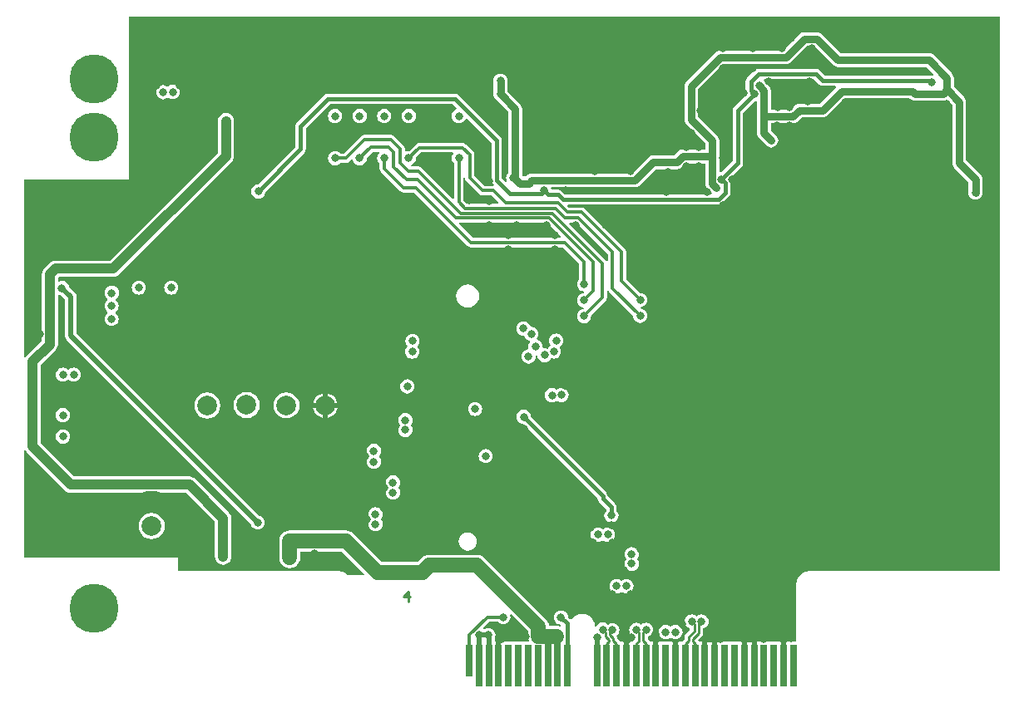
<source format=gbl>
G04*
G04 #@! TF.GenerationSoftware,Altium Limited,Altium Designer,19.1.9 (167)*
G04*
G04 Layer_Physical_Order=4*
G04 Layer_Color=16711680*
%FSLAX24Y24*%
%MOIN*%
G70*
G01*
G75*
%ADD10C,0.0098*%
%ADD20C,0.0394*%
%ADD129C,0.0209*%
%ADD130C,0.0157*%
%ADD131C,0.0157*%
%ADD133R,0.0276X0.1654*%
%ADD134R,0.0276X0.1260*%
%ADD136C,0.0591*%
%ADD137C,0.0295*%
%ADD140C,0.0126*%
%ADD143C,0.0102*%
G04:AMPARAMS|DCode=144|XSize=78.7mil|YSize=78.7mil|CornerRadius=19.7mil|HoleSize=0mil|Usage=FLASHONLY|Rotation=270.000|XOffset=0mil|YOffset=0mil|HoleType=Round|Shape=RoundedRectangle|*
%AMROUNDEDRECTD144*
21,1,0.0787,0.0394,0,0,270.0*
21,1,0.0394,0.0787,0,0,270.0*
1,1,0.0394,-0.0197,-0.0197*
1,1,0.0394,-0.0197,0.0197*
1,1,0.0394,0.0197,0.0197*
1,1,0.0394,0.0197,-0.0197*
%
%ADD144ROUNDEDRECTD144*%
%ADD145C,0.0787*%
%ADD146C,0.1969*%
%ADD147C,0.0551*%
%ADD148C,0.0472*%
%ADD149C,0.1772*%
%ADD150C,0.0315*%
%ADD154C,0.0600*%
%ADD155C,0.0276*%
G36*
X51033Y16979D02*
X43425D01*
Y16981D01*
X43284Y16962D01*
X43153Y16908D01*
X43040Y16822D01*
X42954Y16709D01*
X42900Y16578D01*
X42881Y16437D01*
X42883D01*
Y14142D01*
X42512D01*
Y14116D01*
X42480D01*
Y13189D01*
X42283D01*
Y14116D01*
X42252D01*
Y14142D01*
X41331D01*
Y14116D01*
X41299D01*
Y13189D01*
X41102D01*
Y14116D01*
X40905D01*
Y13189D01*
X40709D01*
Y14116D01*
X40677D01*
Y14142D01*
X39756D01*
Y14116D01*
X39724D01*
Y13189D01*
X39528D01*
Y14116D01*
X39331D01*
Y13189D01*
X39134D01*
Y14116D01*
X39102D01*
Y14142D01*
X39002D01*
X38966Y14195D01*
X38953Y14208D01*
X39109Y14365D01*
X39148Y14424D01*
X39162Y14493D01*
Y14684D01*
X39168Y14684D01*
X39237Y14713D01*
X39297Y14758D01*
X39342Y14818D01*
X39371Y14887D01*
X39380Y14961D01*
X39371Y15035D01*
X39342Y15104D01*
X39297Y15163D01*
X39237Y15208D01*
X39168Y15237D01*
X39094Y15247D01*
X39020Y15237D01*
X38952Y15208D01*
X38898Y15167D01*
X38844Y15208D01*
X38775Y15237D01*
X38701Y15247D01*
X38627Y15237D01*
X38558Y15208D01*
X38499Y15163D01*
X38453Y15104D01*
X38425Y15035D01*
X38415Y14961D01*
X38425Y14887D01*
X38453Y14818D01*
X38499Y14758D01*
X38558Y14713D01*
X38627Y14684D01*
X38627Y14684D01*
X38632Y14635D01*
X38465Y14468D01*
X38426Y14410D01*
X38412Y14341D01*
Y14268D01*
X38317Y14173D01*
X38296Y14142D01*
X38181D01*
Y14116D01*
X38150D01*
Y13189D01*
X37953D01*
Y14116D01*
X37921D01*
Y14142D01*
X37394D01*
Y14116D01*
X37362D01*
Y13189D01*
X37165D01*
Y14116D01*
X37134D01*
Y14142D01*
X37033D01*
X36998Y14195D01*
X36938Y14255D01*
Y14349D01*
X36944Y14350D01*
X37013Y14378D01*
X37072Y14424D01*
X37118Y14483D01*
X37146Y14552D01*
X37156Y14626D01*
X37146Y14700D01*
X37118Y14769D01*
X37072Y14828D01*
X37013Y14874D01*
X36944Y14902D01*
X36870Y14912D01*
X36796Y14902D01*
X36727Y14874D01*
X36673Y14832D01*
X36619Y14874D01*
X36550Y14902D01*
X36476Y14912D01*
X36402Y14902D01*
X36333Y14874D01*
X36274Y14828D01*
X36229Y14769D01*
X36200Y14700D01*
X36190Y14626D01*
X36200Y14552D01*
X36229Y14483D01*
X36274Y14424D01*
X36333Y14378D01*
X36402Y14350D01*
X36409Y14349D01*
Y14255D01*
X36349Y14195D01*
X36313Y14142D01*
X36213D01*
Y14116D01*
X36181D01*
Y13189D01*
X35984D01*
Y14116D01*
X35953D01*
Y14142D01*
X35852D01*
X35817Y14195D01*
X35732Y14280D01*
Y14292D01*
X35718Y14361D01*
X35697Y14393D01*
X35725Y14414D01*
X35770Y14473D01*
X35799Y14542D01*
X35809Y14616D01*
X35799Y14690D01*
X35770Y14759D01*
X35725Y14818D01*
X35666Y14864D01*
X35597Y14892D01*
X35523Y14902D01*
X35449Y14892D01*
X35380Y14864D01*
X35342Y14835D01*
X35340Y14838D01*
X35281Y14883D01*
X35212Y14912D01*
X35138Y14922D01*
X35064Y14912D01*
X34995Y14883D01*
X34936Y14838D01*
X34890Y14779D01*
X34883Y14762D01*
X34832Y14769D01*
X34817Y14880D01*
X34765Y15006D01*
X34682Y15115D01*
X34573Y15198D01*
X34447Y15250D01*
X34311Y15268D01*
X34175Y15250D01*
X34049Y15198D01*
X33940Y15115D01*
X33890Y15049D01*
X33828Y15050D01*
X33749Y15129D01*
X33741Y15192D01*
X33712Y15261D01*
X33667Y15320D01*
X33608Y15366D01*
X33539Y15394D01*
X33465Y15404D01*
X33391Y15394D01*
X33322Y15366D01*
X33262Y15320D01*
X33217Y15261D01*
X33188Y15192D01*
X33179Y15118D01*
X33188Y15044D01*
X33217Y14975D01*
X33262Y14916D01*
X33322Y14871D01*
X33391Y14842D01*
X33454Y14834D01*
X33461Y14827D01*
X33458Y14801D01*
X33405Y14769D01*
X33378Y14780D01*
X33268Y14795D01*
X32979D01*
X32969Y14864D01*
X32927Y14966D01*
X32859Y15054D01*
X30399Y17515D01*
X30311Y17582D01*
X30209Y17625D01*
X30099Y17639D01*
X28198D01*
X28088Y17625D01*
X27986Y17582D01*
X27898Y17515D01*
X27737Y17354D01*
X26288D01*
X25153Y18489D01*
X25065Y18557D01*
X24962Y18599D01*
X24852Y18614D01*
X22598D01*
X22488Y18599D01*
X22386Y18557D01*
X22298Y18489D01*
X22230Y18401D01*
X22188Y18299D01*
X22174Y18189D01*
Y17874D01*
Y17520D01*
X22188Y17410D01*
X22230Y17307D01*
X22298Y17219D01*
X22386Y17152D01*
X22488Y17109D01*
X22598Y17095D01*
X22708Y17109D01*
X22811Y17152D01*
X22899Y17219D01*
X22966Y17307D01*
X23009Y17410D01*
X23023Y17520D01*
Y17764D01*
X24676D01*
X25583Y16857D01*
X25564Y16811D01*
X24940D01*
X24932Y16822D01*
X24819Y16908D01*
X24688Y16962D01*
X24547Y16981D01*
Y16979D01*
X18157D01*
X18110Y16981D01*
X18110Y16981D01*
Y17520D01*
X11960Y17520D01*
Y21810D01*
X12010Y21820D01*
X12011Y21816D01*
X12063Y21748D01*
X13589Y20223D01*
X13656Y20171D01*
X13735Y20138D01*
X13819Y20127D01*
X18438D01*
X19596Y18969D01*
Y18406D01*
Y17992D01*
Y17559D01*
X19607Y17475D01*
X19639Y17396D01*
X19691Y17329D01*
X19758Y17277D01*
X19837Y17245D01*
X19921Y17233D01*
X20006Y17245D01*
X20084Y17277D01*
X20152Y17329D01*
X20203Y17396D01*
X20236Y17475D01*
X20247Y17559D01*
Y17992D01*
Y18406D01*
Y19104D01*
X20236Y19189D01*
X20203Y19267D01*
X20152Y19335D01*
X18803Y20683D01*
X18736Y20735D01*
X18657Y20767D01*
X18573Y20778D01*
X13954D01*
X12619Y22113D01*
Y25248D01*
X13213Y25842D01*
X13264Y25909D01*
X13297Y25988D01*
X13308Y26072D01*
Y28041D01*
X13358Y28074D01*
X13391Y28060D01*
X13411Y28058D01*
X13584Y27885D01*
Y26419D01*
X13602Y26329D01*
X13653Y26253D01*
X21031Y18875D01*
X21034Y18854D01*
X21062Y18785D01*
X21108Y18726D01*
X21167Y18680D01*
X21236Y18652D01*
X21310Y18642D01*
X21384Y18652D01*
X21453Y18680D01*
X21512Y18726D01*
X21557Y18785D01*
X21586Y18854D01*
X21596Y18928D01*
X21586Y19002D01*
X21557Y19071D01*
X21512Y19130D01*
X21453Y19176D01*
X21384Y19204D01*
X21363Y19207D01*
X14054Y26516D01*
Y27982D01*
X14036Y28072D01*
X13985Y28148D01*
X13743Y28390D01*
X13741Y28411D01*
X13712Y28480D01*
X13667Y28539D01*
X13608Y28584D01*
X13539Y28613D01*
X13465Y28623D01*
X13391Y28613D01*
X13358Y28599D01*
X13308Y28633D01*
Y28746D01*
X13348Y28785D01*
X15521D01*
X15605Y28797D01*
X15684Y28829D01*
X15751Y28881D01*
X20270Y33399D01*
X20321Y33467D01*
X20354Y33545D01*
X20365Y33629D01*
Y34252D01*
Y34646D01*
Y35039D01*
X20354Y35124D01*
X20321Y35202D01*
X20270Y35270D01*
X20202Y35321D01*
X20124Y35354D01*
X20039Y35365D01*
X19955Y35354D01*
X19877Y35321D01*
X19809Y35270D01*
X19757Y35202D01*
X19725Y35124D01*
X19714Y35039D01*
Y34646D01*
Y34252D01*
Y33764D01*
X15386Y29437D01*
X13213D01*
X13129Y29426D01*
X13050Y29393D01*
X12983Y29341D01*
X12752Y29111D01*
X12700Y29043D01*
X12668Y28965D01*
X12657Y28880D01*
Y26207D01*
X12063Y25613D01*
X12011Y25546D01*
X12010Y25542D01*
X11960Y25552D01*
Y32677D01*
X16142D01*
Y39222D01*
X51033D01*
Y16979D01*
D02*
G37*
G36*
X32134Y14578D02*
Y14370D01*
X32149Y14260D01*
X32177Y14192D01*
X32144Y14142D01*
X31094D01*
Y14116D01*
X31063D01*
Y13189D01*
X30866D01*
Y14116D01*
X30835D01*
Y14142D01*
X30806D01*
Y14283D01*
X30827Y14335D01*
X30837Y14409D01*
X30827Y14483D01*
X30799Y14552D01*
X30753Y14612D01*
X30694Y14657D01*
X30625Y14686D01*
X30551Y14695D01*
X30477Y14686D01*
X30408Y14657D01*
X30402Y14652D01*
X30360Y14662D01*
X30348Y14711D01*
X30582Y14945D01*
X30942D01*
X30949Y14936D01*
X31009Y14890D01*
X31078Y14862D01*
X31152Y14852D01*
X31226Y14862D01*
X31295Y14890D01*
X31354Y14936D01*
X31399Y14995D01*
X31428Y15064D01*
X31437Y15138D01*
X31428Y15212D01*
X31426Y15215D01*
X31469Y15243D01*
X32134Y14578D01*
D02*
G37*
%LPC*%
G36*
X17904Y36488D02*
X17830Y36478D01*
X17761Y36450D01*
X17705Y36406D01*
X17663Y36439D01*
X17594Y36467D01*
X17520Y36477D01*
X17446Y36467D01*
X17377Y36439D01*
X17318Y36393D01*
X17272Y36334D01*
X17244Y36265D01*
X17234Y36191D01*
X17244Y36117D01*
X17272Y36048D01*
X17318Y35989D01*
X17377Y35943D01*
X17446Y35915D01*
X17520Y35905D01*
X17594Y35915D01*
X17663Y35943D01*
X17719Y35987D01*
X17761Y35954D01*
X17830Y35926D01*
X17904Y35916D01*
X17978Y35926D01*
X18047Y35954D01*
X18106Y36000D01*
X18151Y36059D01*
X18180Y36128D01*
X18190Y36202D01*
X18180Y36276D01*
X18151Y36345D01*
X18106Y36404D01*
X18047Y36450D01*
X17978Y36478D01*
X17904Y36488D01*
D02*
G37*
G36*
X27362Y35522D02*
X27288Y35512D01*
X27219Y35484D01*
X27160Y35438D01*
X27115Y35379D01*
X27086Y35310D01*
X27076Y35236D01*
X27086Y35162D01*
X27115Y35093D01*
X27160Y35034D01*
X27219Y34989D01*
X27288Y34960D01*
X27362Y34950D01*
X27436Y34960D01*
X27505Y34989D01*
X27564Y35034D01*
X27610Y35093D01*
X27638Y35162D01*
X27648Y35236D01*
X27638Y35310D01*
X27610Y35379D01*
X27564Y35438D01*
X27505Y35484D01*
X27436Y35512D01*
X27362Y35522D01*
D02*
G37*
G36*
X26378D02*
X26304Y35512D01*
X26235Y35484D01*
X26176Y35438D01*
X26130Y35379D01*
X26102Y35310D01*
X26092Y35236D01*
X26102Y35162D01*
X26130Y35093D01*
X26176Y35034D01*
X26235Y34989D01*
X26304Y34960D01*
X26378Y34950D01*
X26452Y34960D01*
X26521Y34989D01*
X26580Y35034D01*
X26626Y35093D01*
X26654Y35162D01*
X26664Y35236D01*
X26654Y35310D01*
X26626Y35379D01*
X26580Y35438D01*
X26521Y35484D01*
X26452Y35512D01*
X26378Y35522D01*
D02*
G37*
G36*
X25394D02*
X25320Y35512D01*
X25251Y35484D01*
X25192Y35438D01*
X25146Y35379D01*
X25118Y35310D01*
X25108Y35236D01*
X25118Y35162D01*
X25146Y35093D01*
X25192Y35034D01*
X25251Y34989D01*
X25320Y34960D01*
X25394Y34950D01*
X25468Y34960D01*
X25537Y34989D01*
X25596Y35034D01*
X25641Y35093D01*
X25670Y35162D01*
X25680Y35236D01*
X25670Y35310D01*
X25641Y35379D01*
X25596Y35438D01*
X25537Y35484D01*
X25468Y35512D01*
X25394Y35522D01*
D02*
G37*
G36*
X24409D02*
X24335Y35512D01*
X24266Y35484D01*
X24207Y35438D01*
X24162Y35379D01*
X24133Y35310D01*
X24124Y35236D01*
X24133Y35162D01*
X24162Y35093D01*
X24207Y35034D01*
X24266Y34989D01*
X24335Y34960D01*
X24409Y34950D01*
X24483Y34960D01*
X24552Y34989D01*
X24612Y35034D01*
X24657Y35093D01*
X24686Y35162D01*
X24695Y35236D01*
X24686Y35310D01*
X24657Y35379D01*
X24612Y35438D01*
X24552Y35484D01*
X24483Y35512D01*
X24409Y35522D01*
D02*
G37*
G36*
X43720Y38593D02*
X43202D01*
X43131Y38584D01*
X43064Y38556D01*
X43007Y38512D01*
X42359Y37865D01*
X39843D01*
X39771Y37855D01*
X39705Y37828D01*
X39647Y37784D01*
X38493Y36630D01*
X38450Y36573D01*
X38422Y36506D01*
X38413Y36435D01*
Y35089D01*
X38422Y35017D01*
X38450Y34951D01*
X38493Y34893D01*
X38970Y34417D01*
X38970Y34417D01*
X39015Y34357D01*
X39075Y34312D01*
X39075Y34312D01*
X39249Y34138D01*
Y33888D01*
X38337D01*
X38265Y33879D01*
X38199Y33851D01*
X38141Y33807D01*
X37986Y33652D01*
X37150D01*
X37078Y33643D01*
X37012Y33615D01*
X36954Y33571D01*
X36317Y32933D01*
X32293D01*
X32222Y32924D01*
X32155Y32896D01*
X32098Y32853D01*
X32061Y32815D01*
X31935D01*
X31900Y32851D01*
Y35531D01*
X31891Y35603D01*
X31863Y35669D01*
X31819Y35727D01*
X31309Y36236D01*
Y36579D01*
X31310Y36580D01*
X31319Y36654D01*
X31310Y36728D01*
X31281Y36797D01*
X31236Y36856D01*
X31176Y36901D01*
X31107Y36930D01*
X31033Y36939D01*
X30959Y36930D01*
X30891Y36901D01*
X30831Y36856D01*
X30786Y36797D01*
X30757Y36728D01*
X30748Y36654D01*
X30757Y36580D01*
X30757Y36579D01*
Y36196D01*
X30757Y36196D01*
X30748Y36122D01*
X30757Y36048D01*
X30786Y35979D01*
X30831Y35920D01*
X30891Y35874D01*
X30891Y35874D01*
X31348Y35417D01*
Y32962D01*
X31343Y32958D01*
X31298Y32899D01*
X31269Y32830D01*
X31259Y32756D01*
X31269Y32682D01*
X31298Y32613D01*
X31256Y32589D01*
X31095Y32751D01*
Y34242D01*
X31079Y34322D01*
X31033Y34390D01*
X29348Y36075D01*
X29280Y36120D01*
X29200Y36136D01*
X24121D01*
X24041Y36120D01*
X23974Y36075D01*
X22884Y34985D01*
X22839Y34918D01*
X22823Y34838D01*
Y33996D01*
X21326Y32499D01*
X21265Y32491D01*
X21196Y32462D01*
X21136Y32417D01*
X21091Y32358D01*
X21062Y32289D01*
X21053Y32215D01*
X21062Y32141D01*
X21091Y32072D01*
X21136Y32012D01*
X21196Y31967D01*
X21265Y31938D01*
X21339Y31929D01*
X21413Y31938D01*
X21482Y31967D01*
X21541Y32012D01*
X21586Y32072D01*
X21615Y32141D01*
X21623Y32206D01*
X23179Y33762D01*
X23224Y33829D01*
X23240Y33909D01*
Y34751D01*
X24208Y35719D01*
X29114D01*
X29275Y35558D01*
X29263Y35499D01*
X29227Y35484D01*
X29168Y35438D01*
X29122Y35379D01*
X29094Y35310D01*
X29084Y35236D01*
X29094Y35162D01*
X29122Y35093D01*
X29168Y35034D01*
X29227Y34989D01*
X29296Y34960D01*
X29370Y34950D01*
X29444Y34960D01*
X29513Y34989D01*
X29572Y35034D01*
X29618Y35093D01*
X29633Y35129D01*
X29692Y35141D01*
X30677Y34156D01*
Y32664D01*
X30693Y32584D01*
X30738Y32517D01*
X30770Y32485D01*
X30760Y32453D01*
X30747Y32437D01*
X30405D01*
X29996Y32846D01*
Y33683D01*
X29981Y33756D01*
X29939Y33819D01*
X29655Y34103D01*
X29593Y34145D01*
X29519Y34159D01*
X27785D01*
X27712Y34145D01*
X27649Y34103D01*
X27374Y33828D01*
X27362Y33829D01*
X27288Y33819D01*
X27260Y33808D01*
X27209Y33841D01*
Y33918D01*
X27195Y33992D01*
X27153Y34054D01*
X26787Y34420D01*
X26725Y34462D01*
X26651Y34477D01*
X25579D01*
X25506Y34462D01*
X25443Y34420D01*
X24759Y33736D01*
X24619D01*
X24612Y33745D01*
X24552Y33791D01*
X24483Y33819D01*
X24409Y33829D01*
X24335Y33819D01*
X24266Y33791D01*
X24207Y33745D01*
X24162Y33686D01*
X24133Y33617D01*
X24124Y33543D01*
X24133Y33469D01*
X24162Y33400D01*
X24207Y33341D01*
X24266Y33296D01*
X24335Y33267D01*
X24409Y33257D01*
X24483Y33267D01*
X24552Y33296D01*
X24612Y33341D01*
X24619Y33351D01*
X24839D01*
X24912Y33365D01*
X24975Y33407D01*
X25068Y33500D01*
X25116Y33484D01*
X25118Y33469D01*
X25146Y33400D01*
X25192Y33341D01*
X25251Y33296D01*
X25320Y33267D01*
X25394Y33257D01*
X25468Y33267D01*
X25537Y33296D01*
X25596Y33341D01*
X25641Y33400D01*
X25670Y33469D01*
X25680Y33543D01*
X25678Y33555D01*
X25926Y33803D01*
X26169D01*
X26186Y33753D01*
X26176Y33745D01*
X26130Y33686D01*
X26102Y33617D01*
X26092Y33543D01*
X26102Y33469D01*
X26130Y33400D01*
X26176Y33341D01*
X26185Y33334D01*
Y33140D01*
X26200Y33066D01*
X26242Y33004D01*
X27029Y32216D01*
X27092Y32174D01*
X27165Y32160D01*
X27578D01*
X29712Y30025D01*
X29775Y29983D01*
X29848Y29969D01*
X33538D01*
X34197Y29310D01*
Y28694D01*
X34188Y28686D01*
X34142Y28627D01*
X34114Y28558D01*
X34104Y28484D01*
X34114Y28410D01*
X34142Y28341D01*
X34188Y28282D01*
X34247Y28237D01*
X34316Y28208D01*
X34373Y28201D01*
X34394Y28171D01*
X34398Y28149D01*
X34382Y28129D01*
X34316Y28121D01*
X34247Y28092D01*
X34188Y28047D01*
X34142Y27987D01*
X34114Y27918D01*
X34104Y27844D01*
X34114Y27770D01*
X34142Y27702D01*
X34188Y27642D01*
X34247Y27597D01*
X34316Y27568D01*
X34349Y27564D01*
X34374Y27510D01*
X34365Y27497D01*
X34316Y27491D01*
X34247Y27462D01*
X34188Y27417D01*
X34142Y27358D01*
X34114Y27289D01*
X34104Y27215D01*
X34114Y27141D01*
X34142Y27072D01*
X34188Y27012D01*
X34247Y26967D01*
X34316Y26938D01*
X34390Y26929D01*
X34464Y26938D01*
X34533Y26967D01*
X34592Y27012D01*
X34637Y27072D01*
X34666Y27141D01*
X34676Y27215D01*
X34674Y27226D01*
X35254Y27807D01*
X35296Y27869D01*
X35311Y27943D01*
Y28231D01*
X35361Y28242D01*
X35395Y28191D01*
X36350Y27236D01*
X36348Y27224D01*
X36358Y27150D01*
X36386Y27081D01*
X36432Y27022D01*
X36491Y26977D01*
X36560Y26948D01*
X36634Y26939D01*
X36708Y26948D01*
X36777Y26977D01*
X36836Y27022D01*
X36881Y27081D01*
X36910Y27150D01*
X36920Y27224D01*
X36910Y27298D01*
X36881Y27367D01*
X36836Y27427D01*
X36777Y27472D01*
X36708Y27501D01*
X36658Y27507D01*
X36650Y27520D01*
X36675Y27574D01*
X36708Y27578D01*
X36777Y27607D01*
X36836Y27652D01*
X36881Y27711D01*
X36910Y27780D01*
X36920Y27854D01*
X36910Y27928D01*
X36881Y27997D01*
X36836Y28056D01*
X36777Y28102D01*
X36708Y28131D01*
X36634Y28140D01*
X36622Y28139D01*
X36069Y28692D01*
Y29783D01*
X36054Y29857D01*
X36012Y29920D01*
X34418Y31514D01*
X34355Y31556D01*
X34281Y31571D01*
X33790D01*
X33726Y31635D01*
X33745Y31681D01*
X39779D01*
X39859Y31697D01*
X39927Y31742D01*
X40197Y32012D01*
X40242Y32080D01*
X40258Y32160D01*
Y32542D01*
X40242Y32622D01*
X40197Y32689D01*
X40188Y32698D01*
X40689Y33199D01*
X40734Y33266D01*
X40750Y33346D01*
Y35367D01*
X41220Y35837D01*
X41269Y35843D01*
X41319Y35812D01*
Y35217D01*
Y34550D01*
X41328Y34478D01*
X41355Y34412D01*
X41399Y34354D01*
X41637Y34117D01*
X41637Y34116D01*
X41683Y34057D01*
X41742Y34012D01*
X41811Y33983D01*
X41885Y33973D01*
X41959Y33983D01*
X42028Y34012D01*
X42087Y34057D01*
X42132Y34116D01*
X42161Y34185D01*
X42171Y34259D01*
X42161Y34333D01*
X42132Y34402D01*
X42087Y34461D01*
X42028Y34507D01*
X42027Y34507D01*
X41870Y34664D01*
Y34941D01*
X42766D01*
X42837Y34950D01*
X42904Y34978D01*
X42961Y35021D01*
X43126Y35187D01*
X43942D01*
X44013Y35196D01*
X44080Y35224D01*
X44137Y35267D01*
X44824Y35954D01*
X47425D01*
X47457Y35922D01*
X47514Y35878D01*
X47581Y35851D01*
X47652Y35841D01*
X48779D01*
X48850Y35851D01*
X48917Y35878D01*
X48937Y35894D01*
X49143Y35687D01*
Y33346D01*
X49153Y33275D01*
X49180Y33208D01*
X49224Y33151D01*
X49793Y32583D01*
Y32240D01*
X49793Y32239D01*
X49783Y32165D01*
X49793Y32091D01*
X49821Y32022D01*
X49867Y31963D01*
X49926Y31918D01*
X49995Y31889D01*
X50069Y31879D01*
X50143Y31889D01*
X50212Y31918D01*
X50271Y31963D01*
X50317Y32022D01*
X50345Y32091D01*
X50355Y32165D01*
X50345Y32239D01*
X50345Y32240D01*
Y32622D01*
X50345Y32623D01*
X50355Y32697D01*
X50345Y32771D01*
X50317Y32840D01*
X50271Y32899D01*
X50212Y32944D01*
X50211Y32945D01*
X49695Y33461D01*
Y35801D01*
X49686Y35873D01*
X49658Y35939D01*
X49614Y35996D01*
X49203Y36408D01*
Y36762D01*
X49194Y36833D01*
X49166Y36900D01*
X49122Y36957D01*
X48404Y37675D01*
X48347Y37719D01*
X48280Y37747D01*
X48209Y37756D01*
X44671D01*
X43916Y38512D01*
X43858Y38556D01*
X43792Y38584D01*
X43720Y38593D01*
D02*
G37*
G36*
X17844Y28637D02*
X17770Y28627D01*
X17702Y28599D01*
X17642Y28553D01*
X17597Y28494D01*
X17568Y28425D01*
X17559Y28351D01*
X17568Y28277D01*
X17597Y28208D01*
X17642Y28149D01*
X17702Y28104D01*
X17770Y28075D01*
X17844Y28065D01*
X17918Y28075D01*
X17987Y28104D01*
X18047Y28149D01*
X18092Y28208D01*
X18121Y28277D01*
X18130Y28351D01*
X18121Y28425D01*
X18092Y28494D01*
X18047Y28553D01*
X17987Y28599D01*
X17918Y28627D01*
X17844Y28637D01*
D02*
G37*
G36*
X16545D02*
X16471Y28627D01*
X16402Y28599D01*
X16343Y28553D01*
X16298Y28494D01*
X16269Y28425D01*
X16259Y28351D01*
X16269Y28277D01*
X16298Y28208D01*
X16343Y28149D01*
X16402Y28104D01*
X16471Y28075D01*
X16545Y28065D01*
X16619Y28075D01*
X16688Y28104D01*
X16747Y28149D01*
X16793Y28208D01*
X16821Y28277D01*
X16831Y28351D01*
X16821Y28425D01*
X16793Y28494D01*
X16747Y28553D01*
X16688Y28599D01*
X16619Y28627D01*
X16545Y28637D01*
D02*
G37*
G36*
X29724Y28476D02*
X29604Y28461D01*
X29492Y28414D01*
X29396Y28340D01*
X29322Y28244D01*
X29276Y28132D01*
X29260Y28012D01*
X29276Y27892D01*
X29322Y27780D01*
X29396Y27683D01*
X29492Y27609D01*
X29604Y27563D01*
X29724Y27547D01*
X29845Y27563D01*
X29957Y27609D01*
X30053Y27683D01*
X30127Y27780D01*
X30173Y27892D01*
X30189Y28012D01*
X30173Y28132D01*
X30127Y28244D01*
X30053Y28340D01*
X29957Y28414D01*
X29845Y28461D01*
X29724Y28476D01*
D02*
G37*
G36*
X15465Y28426D02*
X15391Y28416D01*
X15322Y28388D01*
X15262Y28342D01*
X15217Y28283D01*
X15188Y28214D01*
X15179Y28140D01*
X15188Y28066D01*
X15217Y27997D01*
X15262Y27938D01*
X15294Y27913D01*
X15298Y27904D01*
X15293Y27852D01*
X15251Y27820D01*
X15205Y27761D01*
X15177Y27692D01*
X15167Y27618D01*
X15177Y27544D01*
X15205Y27475D01*
X15251Y27416D01*
X15288Y27387D01*
X15289Y27385D01*
Y27330D01*
X15288Y27327D01*
X15251Y27299D01*
X15205Y27239D01*
X15177Y27170D01*
X15167Y27096D01*
X15177Y27022D01*
X15205Y26953D01*
X15251Y26894D01*
X15310Y26849D01*
X15379Y26820D01*
X15453Y26811D01*
X15527Y26820D01*
X15596Y26849D01*
X15655Y26894D01*
X15700Y26953D01*
X15729Y27022D01*
X15739Y27096D01*
X15729Y27170D01*
X15700Y27239D01*
X15655Y27299D01*
X15618Y27327D01*
X15616Y27330D01*
Y27385D01*
X15618Y27387D01*
X15655Y27416D01*
X15700Y27475D01*
X15729Y27544D01*
X15739Y27618D01*
X15729Y27692D01*
X15700Y27761D01*
X15655Y27820D01*
X15623Y27845D01*
X15620Y27855D01*
X15625Y27906D01*
X15667Y27938D01*
X15712Y27997D01*
X15741Y28066D01*
X15750Y28140D01*
X15741Y28214D01*
X15712Y28283D01*
X15667Y28342D01*
X15608Y28388D01*
X15539Y28416D01*
X15465Y28426D01*
D02*
G37*
G36*
X31959Y26999D02*
X31885Y26989D01*
X31816Y26960D01*
X31756Y26915D01*
X31711Y26856D01*
X31682Y26787D01*
X31673Y26713D01*
X31682Y26639D01*
X31711Y26570D01*
X31756Y26510D01*
X31816Y26465D01*
X31885Y26436D01*
X31959Y26427D01*
X31997Y26432D01*
X31998Y26423D01*
X32027Y26354D01*
X32072Y26295D01*
X32132Y26249D01*
X32201Y26221D01*
X32205Y26220D01*
X32224Y26167D01*
X32193Y26127D01*
X32165Y26058D01*
X32155Y25984D01*
X32163Y25924D01*
X32164Y25909D01*
X32127Y25871D01*
X32091Y25867D01*
X32022Y25838D01*
X31963Y25793D01*
X31918Y25734D01*
X31889Y25665D01*
X31879Y25591D01*
X31889Y25517D01*
X31918Y25448D01*
X31963Y25388D01*
X32022Y25343D01*
X32091Y25314D01*
X32165Y25305D01*
X32239Y25314D01*
X32308Y25343D01*
X32368Y25388D01*
X32413Y25448D01*
X32442Y25517D01*
X32451Y25591D01*
X32446Y25629D01*
X32477Y25670D01*
X32482Y25673D01*
X32519Y25646D01*
X32529Y25572D01*
X32558Y25503D01*
X32603Y25443D01*
X32662Y25398D01*
X32731Y25370D01*
X32805Y25360D01*
X32879Y25370D01*
X32948Y25398D01*
X33007Y25443D01*
X33053Y25503D01*
X33064Y25529D01*
X33106Y25512D01*
X33180Y25502D01*
X33254Y25512D01*
X33323Y25540D01*
X33382Y25586D01*
X33428Y25645D01*
X33456Y25714D01*
X33466Y25788D01*
X33456Y25862D01*
X33428Y25931D01*
X33405Y25961D01*
X33411Y25983D01*
X33470Y26028D01*
X33515Y26087D01*
X33544Y26156D01*
X33554Y26230D01*
X33544Y26304D01*
X33515Y26373D01*
X33470Y26432D01*
X33411Y26478D01*
X33342Y26506D01*
X33268Y26516D01*
X33194Y26506D01*
X33125Y26478D01*
X33066Y26432D01*
X33020Y26373D01*
X32992Y26304D01*
X32982Y26230D01*
X32992Y26156D01*
X33020Y26087D01*
X33043Y26057D01*
X33037Y26036D01*
X32978Y25990D01*
X32933Y25931D01*
X32921Y25904D01*
X32879Y25922D01*
X32805Y25932D01*
X32770Y25927D01*
X32725Y25971D01*
X32727Y25984D01*
X32717Y26058D01*
X32689Y26127D01*
X32643Y26186D01*
X32584Y26232D01*
X32515Y26260D01*
X32511Y26261D01*
X32492Y26314D01*
X32522Y26354D01*
X32551Y26423D01*
X32561Y26497D01*
X32551Y26571D01*
X32522Y26640D01*
X32477Y26699D01*
X32418Y26744D01*
X32349Y26773D01*
X32275Y26783D01*
X32236Y26778D01*
X32235Y26787D01*
X32206Y26856D01*
X32161Y26915D01*
X32102Y26960D01*
X32033Y26989D01*
X31959Y26999D01*
D02*
G37*
G36*
X27511Y26497D02*
X27437Y26488D01*
X27368Y26459D01*
X27308Y26414D01*
X27263Y26354D01*
X27234Y26285D01*
X27225Y26211D01*
X27234Y26137D01*
X27263Y26068D01*
X27308Y26009D01*
X27281Y25967D01*
X27253Y25931D01*
X27225Y25862D01*
X27215Y25788D01*
X27225Y25714D01*
X27253Y25645D01*
X27299Y25586D01*
X27358Y25540D01*
X27427Y25512D01*
X27501Y25502D01*
X27575Y25512D01*
X27644Y25540D01*
X27703Y25586D01*
X27748Y25645D01*
X27777Y25714D01*
X27787Y25788D01*
X27777Y25862D01*
X27748Y25931D01*
X27726Y25960D01*
X27713Y26009D01*
X27758Y26068D01*
X27787Y26137D01*
X27797Y26211D01*
X27787Y26285D01*
X27758Y26354D01*
X27713Y26414D01*
X27654Y26459D01*
X27585Y26488D01*
X27511Y26497D01*
D02*
G37*
G36*
X13937Y25148D02*
X13863Y25138D01*
X13794Y25110D01*
X13756Y25081D01*
X13720Y25069D01*
X13685Y25081D01*
X13647Y25110D01*
X13578Y25138D01*
X13504Y25148D01*
X13430Y25138D01*
X13361Y25110D01*
X13302Y25064D01*
X13256Y25005D01*
X13228Y24936D01*
X13218Y24862D01*
X13228Y24788D01*
X13256Y24719D01*
X13302Y24660D01*
X13361Y24615D01*
X13430Y24586D01*
X13504Y24576D01*
X13578Y24586D01*
X13647Y24615D01*
X13685Y24643D01*
X13720Y24655D01*
X13756Y24643D01*
X13794Y24615D01*
X13863Y24586D01*
X13937Y24576D01*
X14011Y24586D01*
X14080Y24615D01*
X14139Y24660D01*
X14185Y24719D01*
X14213Y24788D01*
X14223Y24862D01*
X14213Y24936D01*
X14185Y25005D01*
X14139Y25064D01*
X14080Y25110D01*
X14011Y25138D01*
X13937Y25148D01*
D02*
G37*
G36*
X33484Y24331D02*
X33410Y24321D01*
X33341Y24293D01*
X33287Y24251D01*
X33244Y24284D01*
X33175Y24312D01*
X33101Y24322D01*
X33027Y24312D01*
X32958Y24284D01*
X32899Y24238D01*
X32854Y24179D01*
X32825Y24110D01*
X32816Y24036D01*
X32825Y23962D01*
X32854Y23893D01*
X32899Y23834D01*
X32958Y23788D01*
X33027Y23760D01*
X33101Y23750D01*
X33175Y23760D01*
X33244Y23788D01*
X33299Y23830D01*
X33341Y23798D01*
X33410Y23769D01*
X33484Y23759D01*
X33558Y23769D01*
X33627Y23798D01*
X33686Y23843D01*
X33732Y23902D01*
X33760Y23971D01*
X33770Y24045D01*
X33760Y24119D01*
X33732Y24188D01*
X33686Y24247D01*
X33627Y24293D01*
X33558Y24321D01*
X33484Y24331D01*
D02*
G37*
G36*
X27303Y24676D02*
X27229Y24666D01*
X27160Y24637D01*
X27101Y24592D01*
X27056Y24533D01*
X27027Y24464D01*
X27017Y24390D01*
X27027Y24316D01*
X27056Y24247D01*
X27101Y24188D01*
X27160Y24142D01*
X27229Y24114D01*
X27303Y24104D01*
X27377Y24114D01*
X27446Y24142D01*
X27505Y24188D01*
X27551Y24247D01*
X27579Y24316D01*
X27589Y24390D01*
X27579Y24464D01*
X27551Y24533D01*
X27505Y24592D01*
X27446Y24637D01*
X27377Y24666D01*
X27303Y24676D01*
D02*
G37*
G36*
X24114Y24107D02*
Y23720D01*
X24501D01*
X24497Y23751D01*
X24447Y23871D01*
X24368Y23974D01*
X24265Y24053D01*
X24145Y24103D01*
X24114Y24107D01*
D02*
G37*
G36*
X23917D02*
X23887Y24103D01*
X23767Y24053D01*
X23664Y23974D01*
X23584Y23871D01*
X23535Y23751D01*
X23531Y23720D01*
X23917D01*
Y24107D01*
D02*
G37*
G36*
X30020Y23770D02*
X29946Y23760D01*
X29877Y23732D01*
X29818Y23686D01*
X29772Y23627D01*
X29744Y23558D01*
X29734Y23484D01*
X29744Y23410D01*
X29772Y23341D01*
X29818Y23282D01*
X29877Y23237D01*
X29946Y23208D01*
X30020Y23198D01*
X30094Y23208D01*
X30163Y23237D01*
X30222Y23282D01*
X30267Y23341D01*
X30296Y23410D01*
X30306Y23484D01*
X30296Y23558D01*
X30267Y23627D01*
X30222Y23686D01*
X30163Y23732D01*
X30094Y23760D01*
X30020Y23770D01*
D02*
G37*
G36*
X24501Y23524D02*
X24114D01*
Y23137D01*
X24145Y23141D01*
X24265Y23191D01*
X24368Y23270D01*
X24447Y23373D01*
X24497Y23493D01*
X24501Y23524D01*
D02*
G37*
G36*
X23917D02*
X23531D01*
X23535Y23493D01*
X23584Y23373D01*
X23664Y23270D01*
X23767Y23191D01*
X23887Y23141D01*
X23917Y23137D01*
Y23524D01*
D02*
G37*
G36*
X20866Y24166D02*
X20730Y24148D01*
X20604Y24096D01*
X20496Y24012D01*
X20412Y23904D01*
X20360Y23777D01*
X20342Y23642D01*
X20360Y23506D01*
X20412Y23380D01*
X20496Y23271D01*
X20604Y23188D01*
X20730Y23135D01*
X20866Y23118D01*
X21002Y23135D01*
X21128Y23188D01*
X21237Y23271D01*
X21320Y23380D01*
X21372Y23506D01*
X21390Y23642D01*
X21372Y23777D01*
X21320Y23904D01*
X21237Y24012D01*
X21128Y24096D01*
X21002Y24148D01*
X20866Y24166D01*
D02*
G37*
G36*
X22461Y24156D02*
X22325Y24138D01*
X22199Y24086D01*
X22090Y24003D01*
X22007Y23894D01*
X21954Y23768D01*
X21936Y23632D01*
X21954Y23496D01*
X22007Y23370D01*
X22090Y23261D01*
X22199Y23178D01*
X22325Y23126D01*
X22461Y23108D01*
X22596Y23126D01*
X22723Y23178D01*
X22831Y23261D01*
X22915Y23370D01*
X22967Y23496D01*
X22985Y23632D01*
X22967Y23768D01*
X22915Y23894D01*
X22831Y24003D01*
X22723Y24086D01*
X22596Y24138D01*
X22461Y24156D01*
D02*
G37*
G36*
X19291Y24146D02*
X19156Y24128D01*
X19029Y24076D01*
X18921Y23993D01*
X18837Y23884D01*
X18785Y23758D01*
X18767Y23622D01*
X18785Y23486D01*
X18837Y23360D01*
X18921Y23251D01*
X19029Y23168D01*
X19156Y23116D01*
X19291Y23098D01*
X19427Y23116D01*
X19553Y23168D01*
X19662Y23251D01*
X19745Y23360D01*
X19798Y23486D01*
X19816Y23622D01*
X19798Y23758D01*
X19745Y23884D01*
X19662Y23993D01*
X19553Y24076D01*
X19427Y24128D01*
X19291Y24146D01*
D02*
G37*
G36*
X13504Y23524D02*
X13430Y23514D01*
X13361Y23486D01*
X13302Y23440D01*
X13256Y23381D01*
X13228Y23312D01*
X13218Y23238D01*
X13228Y23164D01*
X13256Y23095D01*
X13302Y23036D01*
X13361Y22991D01*
X13430Y22962D01*
X13504Y22952D01*
X13578Y22962D01*
X13647Y22991D01*
X13706Y23036D01*
X13752Y23095D01*
X13780Y23164D01*
X13790Y23238D01*
X13780Y23312D01*
X13752Y23381D01*
X13706Y23440D01*
X13647Y23486D01*
X13578Y23514D01*
X13504Y23524D01*
D02*
G37*
G36*
X27224Y23317D02*
X27150Y23308D01*
X27081Y23279D01*
X27022Y23234D01*
X26977Y23174D01*
X26948Y23105D01*
X26939Y23031D01*
X26948Y22957D01*
X26977Y22889D01*
X27014Y22840D01*
X26977Y22791D01*
X26948Y22722D01*
X26939Y22648D01*
X26948Y22574D01*
X26977Y22505D01*
X27022Y22445D01*
X27081Y22400D01*
X27150Y22371D01*
X27224Y22362D01*
X27298Y22371D01*
X27367Y22400D01*
X27427Y22445D01*
X27472Y22505D01*
X27501Y22574D01*
X27510Y22648D01*
X27501Y22722D01*
X27472Y22791D01*
X27434Y22840D01*
X27472Y22889D01*
X27501Y22957D01*
X27510Y23031D01*
X27501Y23105D01*
X27472Y23174D01*
X27427Y23234D01*
X27367Y23279D01*
X27298Y23308D01*
X27224Y23317D01*
D02*
G37*
G36*
X13504Y22668D02*
X13430Y22658D01*
X13361Y22629D01*
X13302Y22584D01*
X13256Y22525D01*
X13228Y22456D01*
X13218Y22382D01*
X13228Y22308D01*
X13256Y22239D01*
X13302Y22180D01*
X13361Y22134D01*
X13430Y22106D01*
X13504Y22096D01*
X13578Y22106D01*
X13647Y22134D01*
X13706Y22180D01*
X13752Y22239D01*
X13780Y22308D01*
X13790Y22382D01*
X13780Y22456D01*
X13752Y22525D01*
X13706Y22584D01*
X13647Y22629D01*
X13578Y22658D01*
X13504Y22668D01*
D02*
G37*
G36*
X30443Y21880D02*
X30369Y21871D01*
X30300Y21842D01*
X30241Y21797D01*
X30195Y21737D01*
X30167Y21668D01*
X30157Y21594D01*
X30167Y21520D01*
X30195Y21452D01*
X30241Y21392D01*
X30300Y21347D01*
X30369Y21318D01*
X30443Y21309D01*
X30517Y21318D01*
X30586Y21347D01*
X30645Y21392D01*
X30691Y21452D01*
X30719Y21520D01*
X30729Y21594D01*
X30719Y21668D01*
X30691Y21737D01*
X30645Y21797D01*
X30586Y21842D01*
X30517Y21871D01*
X30443Y21880D01*
D02*
G37*
G36*
X25965Y22087D02*
X25891Y22077D01*
X25822Y22049D01*
X25762Y22003D01*
X25717Y21944D01*
X25688Y21875D01*
X25679Y21801D01*
X25688Y21727D01*
X25717Y21658D01*
X25762Y21599D01*
Y21570D01*
X25717Y21511D01*
X25688Y21442D01*
X25679Y21368D01*
X25688Y21294D01*
X25717Y21225D01*
X25762Y21166D01*
X25822Y21121D01*
X25891Y21092D01*
X25965Y21082D01*
X26039Y21092D01*
X26108Y21121D01*
X26167Y21166D01*
X26212Y21225D01*
X26241Y21294D01*
X26250Y21368D01*
X26241Y21442D01*
X26212Y21511D01*
X26167Y21570D01*
Y21599D01*
X26212Y21658D01*
X26241Y21727D01*
X26250Y21801D01*
X26241Y21875D01*
X26212Y21944D01*
X26167Y22003D01*
X26108Y22049D01*
X26039Y22077D01*
X25965Y22087D01*
D02*
G37*
G36*
X26732Y20817D02*
X26658Y20808D01*
X26589Y20779D01*
X26530Y20734D01*
X26485Y20674D01*
X26456Y20605D01*
X26446Y20531D01*
X26456Y20457D01*
X26485Y20389D01*
X26526Y20335D01*
X26485Y20281D01*
X26456Y20212D01*
X26446Y20138D01*
X26456Y20064D01*
X26485Y19995D01*
X26530Y19936D01*
X26589Y19890D01*
X26658Y19862D01*
X26732Y19852D01*
X26806Y19862D01*
X26875Y19890D01*
X26934Y19936D01*
X26980Y19995D01*
X27008Y20064D01*
X27018Y20138D01*
X27008Y20212D01*
X26980Y20281D01*
X26939Y20335D01*
X26980Y20389D01*
X27008Y20457D01*
X27018Y20531D01*
X27008Y20605D01*
X26980Y20674D01*
X26934Y20734D01*
X26875Y20779D01*
X26806Y20808D01*
X26732Y20817D01*
D02*
G37*
G36*
X31969Y23455D02*
X31895Y23445D01*
X31826Y23417D01*
X31766Y23371D01*
X31721Y23312D01*
X31692Y23243D01*
X31683Y23169D01*
X31692Y23095D01*
X31721Y23026D01*
X31766Y22967D01*
X31826Y22922D01*
X31895Y22893D01*
X31958Y22885D01*
X34926Y19917D01*
Y19905D01*
X34942Y19825D01*
X34987Y19757D01*
X35274Y19471D01*
Y19406D01*
X35235Y19356D01*
X35206Y19287D01*
X35196Y19213D01*
X35206Y19139D01*
X35235Y19070D01*
X35280Y19010D01*
X35339Y18965D01*
X35408Y18936D01*
X35482Y18927D01*
X35556Y18936D01*
X35625Y18965D01*
X35684Y19010D01*
X35730Y19070D01*
X35758Y19139D01*
X35768Y19213D01*
X35758Y19287D01*
X35730Y19356D01*
X35691Y19406D01*
Y19557D01*
X35675Y19637D01*
X35630Y19705D01*
X35344Y19991D01*
Y20003D01*
X35328Y20083D01*
X35282Y20151D01*
X32253Y23180D01*
X32245Y23243D01*
X32216Y23312D01*
X32171Y23371D01*
X32111Y23417D01*
X32043Y23445D01*
X31969Y23455D01*
D02*
G37*
G36*
X35335Y18731D02*
X35261Y18721D01*
X35192Y18692D01*
X35138Y18651D01*
X35084Y18692D01*
X35015Y18721D01*
X34941Y18731D01*
X34867Y18721D01*
X34798Y18692D01*
X34739Y18647D01*
X34693Y18588D01*
X34665Y18519D01*
X34655Y18445D01*
X34665Y18371D01*
X34693Y18302D01*
X34739Y18243D01*
X34798Y18197D01*
X34867Y18169D01*
X34941Y18159D01*
X35015Y18169D01*
X35084Y18197D01*
X35138Y18239D01*
X35192Y18197D01*
X35261Y18169D01*
X35335Y18159D01*
X35409Y18169D01*
X35478Y18197D01*
X35537Y18243D01*
X35582Y18302D01*
X35611Y18371D01*
X35621Y18445D01*
X35611Y18519D01*
X35582Y18588D01*
X35537Y18647D01*
X35478Y18692D01*
X35409Y18721D01*
X35335Y18731D01*
D02*
G37*
G36*
X26024Y19548D02*
X25950Y19538D01*
X25881Y19509D01*
X25821Y19464D01*
X25776Y19405D01*
X25747Y19336D01*
X25738Y19262D01*
X25747Y19188D01*
X25776Y19119D01*
X25817Y19065D01*
X25776Y19011D01*
X25747Y18942D01*
X25738Y18868D01*
X25747Y18794D01*
X25776Y18725D01*
X25821Y18666D01*
X25881Y18621D01*
X25950Y18592D01*
X26024Y18582D01*
X26098Y18592D01*
X26167Y18621D01*
X26226Y18666D01*
X26271Y18725D01*
X26300Y18794D01*
X26310Y18868D01*
X26300Y18942D01*
X26271Y19011D01*
X26230Y19065D01*
X26271Y19119D01*
X26300Y19188D01*
X26310Y19262D01*
X26300Y19336D01*
X26271Y19405D01*
X26226Y19464D01*
X26167Y19509D01*
X26098Y19538D01*
X26024Y19548D01*
D02*
G37*
G36*
X17061Y19318D02*
X16925Y19300D01*
X16799Y19248D01*
X16690Y19165D01*
X16607Y19056D01*
X16555Y18930D01*
X16537Y18794D01*
X16555Y18658D01*
X16607Y18532D01*
X16690Y18423D01*
X16799Y18340D01*
X16925Y18288D01*
X17061Y18270D01*
X17197Y18288D01*
X17323Y18340D01*
X17432Y18423D01*
X17515Y18532D01*
X17567Y18658D01*
X17585Y18794D01*
X17567Y18930D01*
X17515Y19056D01*
X17432Y19165D01*
X17323Y19248D01*
X17197Y19300D01*
X17061Y19318D01*
D02*
G37*
G36*
X29724Y18535D02*
X29630Y18522D01*
X29542Y18486D01*
X29466Y18428D01*
X29408Y18352D01*
X29372Y18264D01*
X29359Y18169D01*
X29372Y18075D01*
X29408Y17987D01*
X29466Y17911D01*
X29542Y17853D01*
X29630Y17816D01*
X29724Y17804D01*
X29819Y17816D01*
X29907Y17853D01*
X29983Y17911D01*
X30041Y17987D01*
X30077Y18075D01*
X30090Y18169D01*
X30077Y18264D01*
X30041Y18352D01*
X29983Y18428D01*
X29907Y18486D01*
X29819Y18522D01*
X29724Y18535D01*
D02*
G37*
G36*
X36299Y17943D02*
X36225Y17934D01*
X36156Y17905D01*
X36097Y17860D01*
X36052Y17800D01*
X36023Y17731D01*
X36013Y17657D01*
X36023Y17583D01*
X36052Y17515D01*
X36089Y17466D01*
X36052Y17417D01*
X36023Y17348D01*
X36013Y17274D01*
X36023Y17200D01*
X36052Y17131D01*
X36097Y17071D01*
X36156Y17026D01*
X36225Y16997D01*
X36299Y16988D01*
X36373Y16997D01*
X36442Y17026D01*
X36501Y17071D01*
X36547Y17131D01*
X36575Y17200D01*
X36585Y17274D01*
X36575Y17348D01*
X36547Y17417D01*
X36509Y17466D01*
X36547Y17515D01*
X36575Y17583D01*
X36585Y17657D01*
X36575Y17731D01*
X36547Y17800D01*
X36501Y17860D01*
X36442Y17905D01*
X36373Y17934D01*
X36299Y17943D01*
D02*
G37*
G36*
X36083Y16664D02*
X36009Y16654D01*
X35940Y16626D01*
X35891Y16588D01*
X35842Y16626D01*
X35773Y16654D01*
X35699Y16664D01*
X35625Y16654D01*
X35556Y16626D01*
X35497Y16580D01*
X35451Y16521D01*
X35423Y16452D01*
X35413Y16378D01*
X35423Y16304D01*
X35451Y16235D01*
X35497Y16176D01*
X35556Y16130D01*
X35625Y16102D01*
X35699Y16092D01*
X35773Y16102D01*
X35842Y16130D01*
X35891Y16168D01*
X35940Y16130D01*
X36009Y16102D01*
X36083Y16092D01*
X36157Y16102D01*
X36226Y16130D01*
X36285Y16176D01*
X36330Y16235D01*
X36359Y16304D01*
X36369Y16378D01*
X36359Y16452D01*
X36330Y16521D01*
X36285Y16580D01*
X36226Y16626D01*
X36157Y16654D01*
X36083Y16664D01*
D02*
G37*
G36*
X38051Y14823D02*
X37977Y14814D01*
X37908Y14785D01*
X37854Y14744D01*
X37800Y14785D01*
X37731Y14814D01*
X37657Y14823D01*
X37583Y14814D01*
X37515Y14785D01*
X37455Y14740D01*
X37410Y14680D01*
X37381Y14611D01*
X37372Y14537D01*
X37381Y14463D01*
X37410Y14394D01*
X37455Y14335D01*
X37515Y14290D01*
X37583Y14261D01*
X37657Y14251D01*
X37731Y14261D01*
X37800Y14290D01*
X37854Y14331D01*
X37908Y14290D01*
X37977Y14261D01*
X38051Y14251D01*
X38125Y14261D01*
X38194Y14290D01*
X38253Y14335D01*
X38299Y14394D01*
X38327Y14463D01*
X38337Y14537D01*
X38327Y14611D01*
X38299Y14680D01*
X38253Y14740D01*
X38194Y14785D01*
X38125Y14814D01*
X38051Y14823D01*
D02*
G37*
%LPD*%
G36*
X44362Y37285D02*
X44419Y37241D01*
X44486Y37214D01*
X44557Y37204D01*
X48094D01*
X48390Y36909D01*
X48380Y36855D01*
X48376Y36852D01*
X48307Y36861D01*
X48264Y36855D01*
X48228Y36862D01*
X44043D01*
X43829Y37077D01*
X43761Y37122D01*
X43681Y37138D01*
X41378D01*
X41298Y37122D01*
X41230Y37077D01*
X40925Y36772D01*
X40880Y36704D01*
X40864Y36624D01*
Y36257D01*
X40880Y36178D01*
X40916Y36123D01*
X40394Y35601D01*
X40348Y35533D01*
X40333Y35453D01*
Y33433D01*
X39882Y32982D01*
X39851Y32978D01*
X39801Y33017D01*
Y34252D01*
X39792Y34323D01*
X39764Y34390D01*
X39720Y34447D01*
X39465Y34702D01*
X39465Y34703D01*
X39420Y34762D01*
X39361Y34807D01*
X39360Y34807D01*
X38965Y35203D01*
Y36320D01*
X39957Y37313D01*
X42474D01*
X42545Y37322D01*
X42612Y37350D01*
X42669Y37393D01*
X43316Y38041D01*
X43606D01*
X44362Y37285D01*
D02*
G37*
G36*
X43809Y36506D02*
X43877Y36461D01*
X43957Y36445D01*
X44463D01*
X44484Y36395D01*
X43828Y35739D01*
X43012D01*
X42940Y35729D01*
X42874Y35702D01*
X42817Y35658D01*
X42651Y35493D01*
X41870D01*
Y36265D01*
X41861Y36336D01*
X41834Y36403D01*
X41790Y36460D01*
X41655Y36594D01*
X41655Y36595D01*
X41610Y36654D01*
X41588Y36670D01*
X41605Y36720D01*
X42982D01*
X43032Y36711D01*
X43081Y36720D01*
X43595D01*
X43809Y36506D01*
D02*
G37*
G36*
X39249Y32537D02*
X39259Y32465D01*
X39286Y32399D01*
X39330Y32342D01*
X39447Y32225D01*
X39447Y32224D01*
X39493Y32165D01*
X39514Y32148D01*
X39497Y32099D01*
X33620D01*
X33494Y32224D01*
X33426Y32270D01*
X33346Y32286D01*
X33076D01*
X33071Y32318D01*
X33062Y32340D01*
X33090Y32381D01*
X36431D01*
X36503Y32391D01*
X36569Y32418D01*
X36626Y32462D01*
X37264Y33100D01*
X38100D01*
X38172Y33109D01*
X38238Y33137D01*
X38296Y33181D01*
X38451Y33336D01*
X39249D01*
Y32537D01*
D02*
G37*
G36*
X29151Y33724D02*
X29122Y33686D01*
X29094Y33617D01*
X29084Y33543D01*
X29094Y33469D01*
X29122Y33400D01*
X29168Y33341D01*
X29177Y33334D01*
Y31928D01*
X29131Y31909D01*
X27877Y33163D01*
X27815Y33205D01*
X27741Y33219D01*
X27446D01*
X27436Y33267D01*
X27505Y33296D01*
X27564Y33341D01*
X27610Y33400D01*
X27638Y33469D01*
X27648Y33543D01*
X27647Y33555D01*
X27865Y33774D01*
X29127D01*
X29151Y33724D01*
D02*
G37*
G36*
X29625Y32692D02*
X29667Y32629D01*
X30189Y32108D01*
X30251Y32066D01*
X30325Y32051D01*
X30674D01*
X30956Y31770D01*
X30936Y31724D01*
X29695D01*
X29563Y31857D01*
Y32749D01*
X29613Y32754D01*
X29625Y32692D01*
D02*
G37*
G36*
X33463Y30400D02*
X33444Y30354D01*
X29928D01*
X29376Y30907D01*
X29395Y30953D01*
X32910D01*
X33463Y30400D01*
D02*
G37*
G36*
X35339Y29705D02*
Y29427D01*
X35289Y29415D01*
X35254Y29467D01*
X33799Y30923D01*
X33818Y30969D01*
X34075D01*
X35339Y29705D01*
D02*
G37*
G54D10*
X27352Y15748D02*
Y16142D01*
X27156Y15945D01*
X27418D01*
G54D20*
X12982Y28880D02*
X13213Y29111D01*
X15521D01*
X12293Y25383D02*
X12982Y26072D01*
X12293Y21978D02*
X13819Y20453D01*
X12293Y21978D02*
Y25383D01*
X15521Y29111D02*
X20039Y33629D01*
X12982Y26072D02*
Y28880D01*
X20039Y33629D02*
Y34252D01*
Y34646D01*
Y35039D01*
X18573Y20453D02*
X19921Y19104D01*
X13819Y20453D02*
X18573D01*
X19921Y18406D02*
Y19104D01*
Y17992D02*
Y18406D01*
Y17559D02*
Y17992D01*
G54D129*
X13819Y26419D02*
Y27982D01*
Y26419D02*
X21310Y18928D01*
X13465Y28337D02*
X13819Y27982D01*
X36083Y14124D02*
X36270Y14311D01*
X39232Y14272D02*
X39646D01*
X39232Y13189D02*
Y14272D01*
X36083Y13189D02*
Y14124D01*
X34902Y14291D02*
X34921Y14311D01*
X34902Y13189D02*
Y14291D01*
X37264Y13189D02*
Y14449D01*
X37264Y13189D02*
X37264Y13189D01*
X42402Y14291D02*
X42677D01*
X42382Y14272D02*
X42402Y14291D01*
X42382Y13189D02*
Y14272D01*
X40807Y14232D02*
X41201D01*
X40807Y13189D02*
Y14232D01*
X41220Y14252D02*
X41575D01*
X41201Y14232D02*
X41220Y14252D01*
X41201Y13189D02*
Y14232D01*
X39646Y14272D02*
X39823D01*
X39626Y14252D02*
X39646Y14272D01*
X39626Y13189D02*
Y14252D01*
X39823Y14272D02*
X39843Y14252D01*
X38051Y13189D02*
Y14154D01*
X30965Y14134D02*
X31083Y14252D01*
X30965Y13189D02*
Y14134D01*
X30571Y13189D02*
Y14390D01*
X30551Y14409D02*
X30571Y14390D01*
X30197Y14409D02*
X30551D01*
X30177Y14390D02*
X30197Y14409D01*
X30177Y13189D02*
Y14390D01*
G54D130*
X21339Y32215D02*
Y32216D01*
X23031Y33909D01*
Y34838D01*
X30886Y32664D02*
Y34242D01*
X29200Y35928D02*
X30886Y34242D01*
X24121Y35928D02*
X29200D01*
X32677Y32126D02*
X32795Y32244D01*
X31424Y32126D02*
X32677D01*
X30886Y32664D02*
X31424Y32126D01*
X23031Y34838D02*
X24121Y35928D01*
X33465Y15118D02*
Y15118D01*
Y15118D02*
X33701Y14882D01*
Y13209D02*
Y14882D01*
X35482Y19213D02*
Y19557D01*
X35135Y19905D02*
X35482Y19557D01*
X35135Y19905D02*
Y20003D01*
X31969Y23169D02*
X35135Y20003D01*
X43957Y36654D02*
X48228D01*
X43681Y36929D02*
X43957Y36654D01*
X48228D02*
X48307Y36575D01*
X33533Y31890D02*
X39779D01*
X33346Y32077D02*
X33533Y31890D01*
X32963Y32077D02*
X33346D01*
X41073Y36624D02*
X41378Y36929D01*
X41073Y36257D02*
Y36624D01*
Y36257D02*
X41209Y36121D01*
X39893Y32698D02*
X40049Y32542D01*
Y32160D02*
Y32542D01*
X39779Y31890D02*
X40049Y32160D01*
X40541Y35453D02*
X41209Y36121D01*
X40541Y33346D02*
Y35453D01*
X32795Y32244D02*
X32963Y32077D01*
X41378Y36929D02*
X43041D01*
X43681D01*
X43032Y36919D02*
X43041Y36929D01*
X39893Y32698D02*
X40541Y33346D01*
X33701Y13209D02*
X33720Y13189D01*
G54D131*
X33986Y35817D02*
D03*
X33720Y35827D02*
D03*
X33730Y36093D02*
D03*
X33996Y36083D02*
D03*
X46900Y33002D02*
D03*
X47165Y32992D02*
D03*
X47156Y32726D02*
D03*
X46890Y32736D02*
D03*
G54D133*
X37264Y13189D02*
D03*
X35689D02*
D03*
X31358D02*
D03*
X30571D02*
D03*
X33327D02*
D03*
X32146D02*
D03*
X31752D02*
D03*
X36083D02*
D03*
X34902D02*
D03*
X32539D02*
D03*
X33720D02*
D03*
X30965D02*
D03*
X30177D02*
D03*
X35295D02*
D03*
X36476D02*
D03*
X32933D02*
D03*
X36870D02*
D03*
X40020D02*
D03*
X38051D02*
D03*
X39232D02*
D03*
X38445D02*
D03*
X41201D02*
D03*
X42382D02*
D03*
X40807D02*
D03*
X40413D02*
D03*
X42776D02*
D03*
X37657D02*
D03*
X38839D02*
D03*
X39626D02*
D03*
X41988D02*
D03*
X41594D02*
D03*
G54D134*
X29783Y13386D02*
D03*
G54D136*
X32559Y14370D02*
Y14754D01*
X22598Y18189D02*
X24852D01*
X27913Y16929D02*
X28198Y17214D01*
X26112Y16929D02*
X27913D01*
X24852Y18189D02*
X26112Y16929D01*
X28198Y17214D02*
X30099D01*
X22598Y17874D02*
Y18189D01*
Y17520D02*
Y17874D01*
X32913Y14370D02*
X33268D01*
X30099Y17214D02*
X32559Y14754D01*
Y14370D02*
X32913D01*
G54D137*
X31821Y32539D02*
X32175D01*
X31624Y32736D02*
X31821Y32539D01*
X31624Y32736D02*
Y35531D01*
X48209Y37480D02*
X48927Y36762D01*
X44557Y37480D02*
X48209D01*
X43720Y38317D02*
X44557Y37480D01*
X36431Y32657D02*
X37150Y33376D01*
X32293Y32657D02*
X36431D01*
X41594Y35217D02*
X42766D01*
X43012Y35463D01*
X43942D01*
X44710Y36230D01*
X37150Y33376D02*
X38100D01*
X38337Y33612D01*
X39518D01*
X47539Y36230D02*
X47652Y36117D01*
X44710Y36230D02*
X47539D01*
X41594Y35217D02*
Y36265D01*
Y34550D02*
Y35217D01*
X48779Y36117D02*
X48941Y36280D01*
X47652Y36117D02*
X48779D01*
X39525Y32537D02*
X39695Y32367D01*
X41594Y34550D02*
X41885Y34259D01*
X39525Y32537D02*
Y34252D01*
X39218Y34560D02*
X39525Y34252D01*
X38689Y36435D02*
X39843Y37589D01*
X38689Y35089D02*
Y36435D01*
X39843Y37589D02*
X42474D01*
X38689Y35089D02*
X39218Y34560D01*
X48927Y36280D02*
Y36762D01*
X43202Y38317D02*
X43720D01*
X42474Y37589D02*
X43202Y38317D01*
X41407Y36452D02*
X41594Y36265D01*
X32175Y32539D02*
X32293Y32657D01*
X31033Y36122D02*
X31624Y35531D01*
X50069Y32165D02*
Y32697D01*
X49419Y33346D02*
X50069Y32697D01*
X49419Y33346D02*
Y35801D01*
X48941Y36280D02*
X49419Y35801D01*
X48927Y36280D02*
X48941D01*
X31033Y36122D02*
Y36654D01*
G54D140*
X29519Y33967D02*
X29803Y33683D01*
Y32766D02*
Y33683D01*
Y32766D02*
X30325Y32244D01*
X26651Y34284D02*
X27017Y33918D01*
X25579Y34284D02*
X26651D01*
X24839Y33543D02*
X25579Y34284D01*
X24409Y33543D02*
X24839D01*
X29848Y30161D02*
X33618D01*
X27657Y32352D02*
X29848Y30161D01*
X27165Y32352D02*
X27657D01*
X29238Y31146D02*
X32990D01*
X27707Y32677D02*
X29238Y31146D01*
X27275Y32677D02*
X27707D01*
X29437Y31331D02*
X33118D01*
X27741Y33027D02*
X29437Y31331D01*
X27335Y33027D02*
X27741D01*
X29616Y31532D02*
X33248D01*
X29370Y31777D02*
X29616Y31532D01*
X29370Y31777D02*
Y33543D01*
X26752Y33201D02*
X27275Y32677D01*
X26378Y33140D02*
Y33543D01*
Y33140D02*
X27165Y32352D01*
X25394Y33543D02*
X25846Y33996D01*
X26554D01*
X26752Y33798D01*
Y33201D02*
Y33798D01*
X27017Y33345D02*
X27335Y33027D01*
X27017Y33345D02*
Y33918D01*
X27362Y33543D02*
X27785Y33967D01*
X29519D01*
X35876Y28612D02*
X36634Y27854D01*
X35531Y28327D02*
X36634Y27224D01*
X34390Y27215D02*
X35118Y27943D01*
X34390Y27844D02*
X34754Y28209D01*
X31246Y31752D02*
X33337D01*
X30754Y32244D02*
X31246Y31752D01*
X30325Y32244D02*
X30754D01*
X33337Y31752D02*
X33711Y31378D01*
X35876Y28612D02*
Y29783D01*
X34281Y31378D02*
X35876Y29783D01*
X33711Y31378D02*
X34281D01*
X33248Y31532D02*
X33618Y31161D01*
X35118Y27943D02*
Y29331D01*
X34754Y28209D02*
Y29382D01*
X34155Y31161D02*
X35531Y29785D01*
X33618Y31161D02*
X34155D01*
X32990Y31146D02*
X34754Y29382D01*
X34390Y28484D02*
Y29390D01*
X33618Y30161D02*
X34390Y29390D01*
X35531Y28327D02*
Y29785D01*
X33118Y31331D02*
X35118Y29331D01*
X29783Y14419D02*
X30502Y15138D01*
X31152D01*
X29783Y13386D02*
Y14419D01*
G54D143*
X36476Y14626D02*
X36590Y14513D01*
X35138Y14636D02*
X35247Y14527D01*
X38981Y14493D02*
Y14847D01*
X38760Y14271D02*
X38981Y14493D01*
X38760Y14146D02*
Y14271D01*
X38814Y14562D02*
Y14847D01*
X38593Y14341D02*
X38814Y14562D01*
X38593Y14193D02*
Y14341D01*
X38445Y14045D02*
X38593Y14193D01*
X38445Y13189D02*
Y14045D01*
X38760Y14146D02*
X38839Y14067D01*
X35414Y14429D02*
X35551Y14292D01*
Y14205D02*
X35689Y14067D01*
X35551Y14205D02*
Y14292D01*
X35247Y14360D02*
X35384Y14222D01*
Y14156D02*
Y14222D01*
X35295Y14067D02*
X35384Y14156D01*
X35414Y14429D02*
Y14507D01*
X35247Y14360D02*
Y14527D01*
X35689Y13189D02*
Y14067D01*
X35295Y13189D02*
Y14067D01*
X35414Y14507D02*
X35523Y14616D01*
X36870Y13189D02*
Y14067D01*
X36757Y14180D02*
X36870Y14067D01*
X36476Y13189D02*
Y14067D01*
X36590Y14180D01*
X36757Y14180D02*
Y14513D01*
X36870Y14626D01*
X36590Y14180D02*
Y14513D01*
X38839Y13189D02*
Y14067D01*
X38981Y14847D02*
X39094Y14961D01*
X38701D02*
X38814Y14847D01*
G54D144*
X17061Y19795D02*
D03*
G54D145*
Y18794D02*
D03*
X20866Y23642D02*
D03*
X22461Y23632D02*
D03*
X19291Y23622D02*
D03*
X24016D02*
D03*
G54D146*
X14764Y36713D02*
D03*
X14764Y34390D02*
D03*
Y15492D02*
D03*
G54D147*
X16644Y38671D02*
D03*
X19400D02*
D03*
G54D148*
X19006Y37608D02*
D03*
X17037D02*
D03*
G54D149*
X48642Y27854D02*
D03*
X48642Y18327D02*
D03*
G54D150*
X35000Y33819D02*
D03*
X34803Y33031D02*
D03*
X37598Y30866D02*
D03*
X37008Y31457D02*
D03*
X37677Y31535D02*
D03*
X17061Y21225D02*
D03*
X50197Y33179D02*
D03*
X50846Y33231D02*
D03*
X21310Y18928D02*
D03*
X13465Y28337D02*
D03*
X15453Y27096D02*
D03*
Y27618D02*
D03*
X15305Y26654D02*
D03*
X31339Y29882D02*
D03*
X32283Y29528D02*
D03*
X22318Y30972D02*
D03*
X17717Y32756D02*
D03*
X15465Y28140D02*
D03*
X26378Y20335D02*
D03*
X21339Y32215D02*
D03*
X19144Y26711D02*
D03*
X19675Y28337D02*
D03*
X19282D02*
D03*
Y28730D02*
D03*
X19267Y29446D02*
D03*
X19675Y28730D02*
D03*
X20039Y34646D02*
D03*
Y34252D02*
D03*
X27362Y33543D02*
D03*
X26671Y30827D02*
D03*
X25340Y31117D02*
D03*
X26319Y32411D02*
D03*
X29783Y31850D02*
D03*
X27087Y29685D02*
D03*
X25128Y25079D02*
D03*
X36476Y14626D02*
D03*
X35138Y14636D02*
D03*
X36260Y16043D02*
D03*
X35699Y16378D02*
D03*
X33031Y17638D02*
D03*
X33465Y15118D02*
D03*
X17215Y26890D02*
D03*
X24409Y35236D02*
D03*
X29370D02*
D03*
X26378Y33543D02*
D03*
X25394D02*
D03*
X24409D02*
D03*
X29370D02*
D03*
X28386D02*
D03*
Y35236D02*
D03*
X27362D02*
D03*
X26378D02*
D03*
X25394D02*
D03*
X22598Y18228D02*
D03*
Y17874D02*
D03*
Y17520D02*
D03*
X48819Y29528D02*
D03*
X39370D02*
D03*
X41732D02*
D03*
X47480Y37008D02*
D03*
X49311Y36909D02*
D03*
X35433Y20079D02*
D03*
X36417Y21063D02*
D03*
X37394Y20079D02*
D03*
X38386Y21063D02*
D03*
X42323D02*
D03*
X41331Y20079D02*
D03*
X40354Y21063D02*
D03*
X39370Y20079D02*
D03*
X46260Y21063D02*
D03*
X45268Y20079D02*
D03*
X44291Y21063D02*
D03*
X43307Y20079D02*
D03*
X48228Y21063D02*
D03*
X47244Y20079D02*
D03*
X35433Y22047D02*
D03*
X36417Y23031D02*
D03*
X37394Y22047D02*
D03*
X38386Y23031D02*
D03*
X42323D02*
D03*
X41331Y22047D02*
D03*
X40354Y23031D02*
D03*
X39370Y22047D02*
D03*
X46260Y23031D02*
D03*
X45268Y22047D02*
D03*
X44291Y23031D02*
D03*
X43307Y22047D02*
D03*
X48228Y23031D02*
D03*
X47244Y22047D02*
D03*
X35433Y24016D02*
D03*
X36417Y25000D02*
D03*
X37394Y24016D02*
D03*
X38386Y25000D02*
D03*
X42323D02*
D03*
X41331Y24016D02*
D03*
X40354Y25000D02*
D03*
X39370Y24016D02*
D03*
X46260Y25000D02*
D03*
X45268Y24016D02*
D03*
X44291Y25000D02*
D03*
X43307Y24016D02*
D03*
X17517Y28976D02*
D03*
X20247Y27913D02*
D03*
X48228Y25000D02*
D03*
X47244Y24016D02*
D03*
Y25984D02*
D03*
X41102Y34409D02*
D03*
X21625Y28652D02*
D03*
X43307Y25984D02*
D03*
X12165Y17677D02*
D03*
X45268Y25984D02*
D03*
X40079Y34409D02*
D03*
X39370Y25984D02*
D03*
X23622Y32283D02*
D03*
X41331Y25984D02*
D03*
X19341Y35423D02*
D03*
X18032Y38150D02*
D03*
X37394Y25984D02*
D03*
X21142Y36102D02*
D03*
X35433Y25984D02*
D03*
X29567Y23871D02*
D03*
X34370Y26732D02*
D03*
X33580Y27726D02*
D03*
X31073Y28573D02*
D03*
X32894D02*
D03*
X33652Y32254D02*
D03*
X33366Y33130D02*
D03*
X43228Y35000D02*
D03*
X37835Y33819D02*
D03*
X40787Y36142D02*
D03*
X40315Y32677D02*
D03*
X40994Y33543D02*
D03*
X39961D02*
D03*
X41142Y35276D02*
D03*
X40177D02*
D03*
X39331Y32185D02*
D03*
X37756Y32992D02*
D03*
X38986Y33976D02*
D03*
X47008Y35709D02*
D03*
Y35197D02*
D03*
X48927Y35187D02*
D03*
X42116Y34843D02*
D03*
X43346Y35837D02*
D03*
X41772Y36634D02*
D03*
X32185Y33632D02*
D03*
X34094Y33110D02*
D03*
Y33632D02*
D03*
X35482Y19213D02*
D03*
X47736Y35689D02*
D03*
X39695Y32367D02*
D03*
X33130Y34321D02*
D03*
X32333Y34213D02*
D03*
X38474Y33976D02*
D03*
X33366Y33602D02*
D03*
X32894Y33130D02*
D03*
X32795Y32244D02*
D03*
X32175Y33110D02*
D03*
X33130Y34843D02*
D03*
X31545Y32756D02*
D03*
X39961Y37953D02*
D03*
Y37165D02*
D03*
X39646Y35974D02*
D03*
X41142Y37165D02*
D03*
X41407Y36452D02*
D03*
X41142Y37953D02*
D03*
X32894Y33602D02*
D03*
X34882Y34488D02*
D03*
X37008Y32638D02*
D03*
X38494Y32756D02*
D03*
X37677Y32185D02*
D03*
X38494Y33228D02*
D03*
X38686Y34560D02*
D03*
X40541Y36909D02*
D03*
X38967Y33228D02*
D03*
X42136Y36063D02*
D03*
X43425Y37283D02*
D03*
Y36634D02*
D03*
X43504Y37953D02*
D03*
X37008Y35000D02*
D03*
X44094Y37362D02*
D03*
X40787Y38346D02*
D03*
X40315Y38937D02*
D03*
X40787D02*
D03*
X44094Y36181D02*
D03*
X42608Y36063D02*
D03*
X42136Y35591D02*
D03*
X42608D02*
D03*
X38780Y37953D02*
D03*
X45039Y35000D02*
D03*
X42628Y34843D02*
D03*
X44843Y35787D02*
D03*
X48228Y30866D02*
D03*
X45866D02*
D03*
X48228Y31693D02*
D03*
Y37953D02*
D03*
X45866D02*
D03*
X38268Y36969D02*
D03*
X46220Y34331D02*
D03*
X47028D02*
D03*
X37598Y37953D02*
D03*
X39055Y35472D02*
D03*
X42323Y37953D02*
D03*
X44094Y31457D02*
D03*
Y32638D02*
D03*
Y33819D02*
D03*
Y35000D02*
D03*
X44685Y30866D02*
D03*
Y37953D02*
D03*
X46102Y35000D02*
D03*
X46299Y35787D02*
D03*
X47047Y30866D02*
D03*
Y37953D02*
D03*
X47972Y33976D02*
D03*
X48770Y34606D02*
D03*
X49409Y30866D02*
D03*
Y31693D02*
D03*
Y32441D02*
D03*
Y37953D02*
D03*
X50512Y30866D02*
D03*
Y31811D02*
D03*
Y32638D02*
D03*
Y36181D02*
D03*
Y37008D02*
D03*
Y37953D02*
D03*
X39218Y34560D02*
D03*
X42677Y38937D02*
D03*
Y38346D02*
D03*
X47874D02*
D03*
Y38937D02*
D03*
X49764Y38346D02*
D03*
Y38937D02*
D03*
X38425D02*
D03*
Y38346D02*
D03*
X40315D02*
D03*
X49764Y29892D02*
D03*
Y30463D02*
D03*
X47874Y29892D02*
D03*
Y30472D02*
D03*
X39980Y36486D02*
D03*
X48642Y32913D02*
D03*
X50069Y32165D02*
D03*
Y32697D02*
D03*
X48927Y36280D02*
D03*
X47972Y34498D02*
D03*
X48927Y35709D02*
D03*
X41209Y36121D02*
D03*
X48307Y36575D02*
D03*
X30679Y20423D02*
D03*
X30167Y22003D02*
D03*
X28209Y31299D02*
D03*
X34055Y30866D02*
D03*
X33228Y30472D02*
D03*
X26083Y25295D02*
D03*
X27146Y26477D02*
D03*
X27511Y26211D02*
D03*
X31930Y27274D02*
D03*
X31959Y26713D02*
D03*
X28780Y25669D02*
D03*
X33180Y25788D02*
D03*
X33268Y26230D02*
D03*
X32805Y25646D02*
D03*
X32275Y26497D02*
D03*
X27569Y25305D02*
D03*
X17904Y36202D02*
D03*
X18169Y36467D02*
D03*
X17234D02*
D03*
X17520Y36191D02*
D03*
X33623Y24420D02*
D03*
X33101Y24036D02*
D03*
X33484Y24045D02*
D03*
X30748Y21260D02*
D03*
X27559Y18622D02*
D03*
X36083Y16378D02*
D03*
X27224Y22648D02*
D03*
Y23031D02*
D03*
X27598Y22372D02*
D03*
X28661Y20945D02*
D03*
X26732Y20138D02*
D03*
Y20531D02*
D03*
X28661Y19685D02*
D03*
X26024Y18868D02*
D03*
Y19262D02*
D03*
X35523Y14616D02*
D03*
X36270Y14311D02*
D03*
X36870Y14626D02*
D03*
X38701Y14961D02*
D03*
X39094D02*
D03*
X37657Y14537D02*
D03*
X38051D02*
D03*
X35531Y18120D02*
D03*
X35335Y18445D02*
D03*
X34941D02*
D03*
X35974Y17037D02*
D03*
X36299Y17274D02*
D03*
Y17657D02*
D03*
X35512Y16053D02*
D03*
X34390Y28484D02*
D03*
Y27844D02*
D03*
Y27215D02*
D03*
X36634Y28484D02*
D03*
Y27854D02*
D03*
Y27224D02*
D03*
X33268Y14370D02*
D03*
X26752Y24626D02*
D03*
X24646Y23189D02*
D03*
X30020Y23484D02*
D03*
X27501Y25788D02*
D03*
X34921Y14311D02*
D03*
X37264Y14449D02*
D03*
X35492Y18839D02*
D03*
X34744Y18110D02*
D03*
X34665Y18740D02*
D03*
X34094Y17598D02*
D03*
X36644Y17864D02*
D03*
X38622Y16063D02*
D03*
X39252Y15354D02*
D03*
X19921Y17559D02*
D03*
Y17992D02*
D03*
Y18406D02*
D03*
X20039Y35039D02*
D03*
X28750Y18652D02*
D03*
X34183Y20364D02*
D03*
X27550Y17510D02*
D03*
X32047Y14370D02*
D03*
X31152Y15138D02*
D03*
X31988Y22677D02*
D03*
X30827Y23927D02*
D03*
X31969Y23169D02*
D03*
X32667Y21939D02*
D03*
X29380Y25295D02*
D03*
X30207Y24616D02*
D03*
X27303Y24390D02*
D03*
X28681Y24616D02*
D03*
X25679Y19065D02*
D03*
X26772Y18622D02*
D03*
X17844Y28351D02*
D03*
X13937Y22372D02*
D03*
X31870Y20335D02*
D03*
X32717Y23356D02*
D03*
X24488Y27795D02*
D03*
X28661Y22067D02*
D03*
X30443Y21594D02*
D03*
X13937Y24862D02*
D03*
X32165Y25591D02*
D03*
X13504Y23238D02*
D03*
Y24862D02*
D03*
Y22382D02*
D03*
X32913Y14370D02*
D03*
X32559D02*
D03*
X26850Y22835D02*
D03*
X27559Y23307D02*
D03*
X25965Y21368D02*
D03*
Y21801D02*
D03*
X31969Y18780D02*
D03*
X31880Y16309D02*
D03*
X42835Y31850D02*
D03*
X42047Y33346D02*
D03*
X39961Y31654D02*
D03*
X41142D02*
D03*
X39893Y32698D02*
D03*
X38425Y30472D02*
D03*
X38780Y30866D02*
D03*
X31339Y30472D02*
D03*
X30591Y30866D02*
D03*
X27559Y29252D02*
D03*
X38967Y32756D02*
D03*
X34075Y34488D02*
D03*
X32874Y37126D02*
D03*
X31693Y36378D02*
D03*
X30591Y36181D02*
D03*
X30906Y35640D02*
D03*
X31693Y37126D02*
D03*
X32461Y35906D02*
D03*
X31693Y30866D02*
D03*
X43504D02*
D03*
X42323D02*
D03*
X32766Y19016D02*
D03*
X15315Y31988D02*
D03*
Y30807D02*
D03*
Y30217D02*
D03*
X12480Y32028D02*
D03*
Y31437D02*
D03*
Y30846D02*
D03*
Y30256D02*
D03*
X15197Y32451D02*
D03*
Y29793D02*
D03*
X12884D02*
D03*
X13474D02*
D03*
X14065D02*
D03*
X14656D02*
D03*
X14646Y32451D02*
D03*
X14055D02*
D03*
X13465D02*
D03*
X12874D02*
D03*
X24488Y29685D02*
D03*
X25118D02*
D03*
X26457D02*
D03*
X25118Y27795D02*
D03*
X26457D02*
D03*
X24656Y26230D02*
D03*
X24646Y25679D02*
D03*
X18465Y27392D02*
D03*
X18396Y22638D02*
D03*
X12156Y20758D02*
D03*
X12569Y26486D02*
D03*
X30591Y37953D02*
D03*
Y37008D02*
D03*
X31033Y36654D02*
D03*
Y36122D02*
D03*
X30591Y31811D02*
D03*
Y32638D02*
D03*
X42677Y29882D02*
D03*
X40787D02*
D03*
X40315D02*
D03*
X38425D02*
D03*
X33228D02*
D03*
X40315Y30472D02*
D03*
X40787D02*
D03*
X42677D02*
D03*
X41142Y30866D02*
D03*
X39961D02*
D03*
X36417Y37953D02*
D03*
Y30866D02*
D03*
X37008Y37362D02*
D03*
Y36181D02*
D03*
Y33819D02*
D03*
X35236Y30866D02*
D03*
X32874D02*
D03*
X35236Y37953D02*
D03*
X34055D02*
D03*
X31693D02*
D03*
X32874D02*
D03*
X33228Y38346D02*
D03*
Y38927D02*
D03*
X31339Y38356D02*
D03*
Y38927D02*
D03*
X40561Y31909D02*
D03*
X47736Y35217D02*
D03*
X48209D02*
D03*
Y35689D02*
D03*
X41885Y34259D02*
D03*
X42416Y34259D02*
D03*
X32175Y32539D02*
D03*
X16545Y28351D02*
D03*
X30551Y18740D02*
D03*
X31939Y24626D02*
D03*
X23583Y17677D02*
D03*
X26772Y21024D02*
D03*
Y19646D02*
D03*
X29724Y20984D02*
D03*
X29537Y19833D02*
D03*
X30896Y17244D02*
D03*
X30709Y22638D02*
D03*
X32047Y21299D02*
D03*
X38307Y14843D02*
D03*
X37096Y15404D02*
D03*
X37077Y16053D02*
D03*
X29331Y18533D02*
D03*
X26535Y22520D02*
D03*
X27598Y20945D02*
D03*
X32923Y16299D02*
D03*
X31083Y14252D02*
D03*
X26535Y23189D02*
D03*
X25620Y21585D02*
D03*
X41457Y32845D02*
D03*
X41122Y32333D02*
D03*
X27087Y27795D02*
D03*
X32441Y25984D02*
D03*
X27559Y28740D02*
D03*
X29134Y29252D02*
D03*
X34675Y15738D02*
D03*
X24646Y22520D02*
D03*
X26535Y26339D02*
D03*
Y25669D02*
D03*
X32717Y24409D02*
D03*
X30571Y25295D02*
D03*
X32530D02*
D03*
X36063Y33819D02*
D03*
X36260Y33031D02*
D03*
X42677Y14291D02*
D03*
X33425Y19606D02*
D03*
X31929Y23858D02*
D03*
X28661Y23346D02*
D03*
X27598Y19685D02*
D03*
X32744Y20610D02*
D03*
X39843Y14252D02*
D03*
X41575D02*
D03*
X31575Y17717D02*
D03*
X30197Y14409D02*
D03*
X30551D02*
D03*
G54D154*
X14764Y15492D02*
D03*
G54D155*
X33327Y13189D02*
Y14311D01*
X33268Y14370D02*
X33327Y14311D01*
X32933Y13189D02*
Y14311D01*
M02*

</source>
